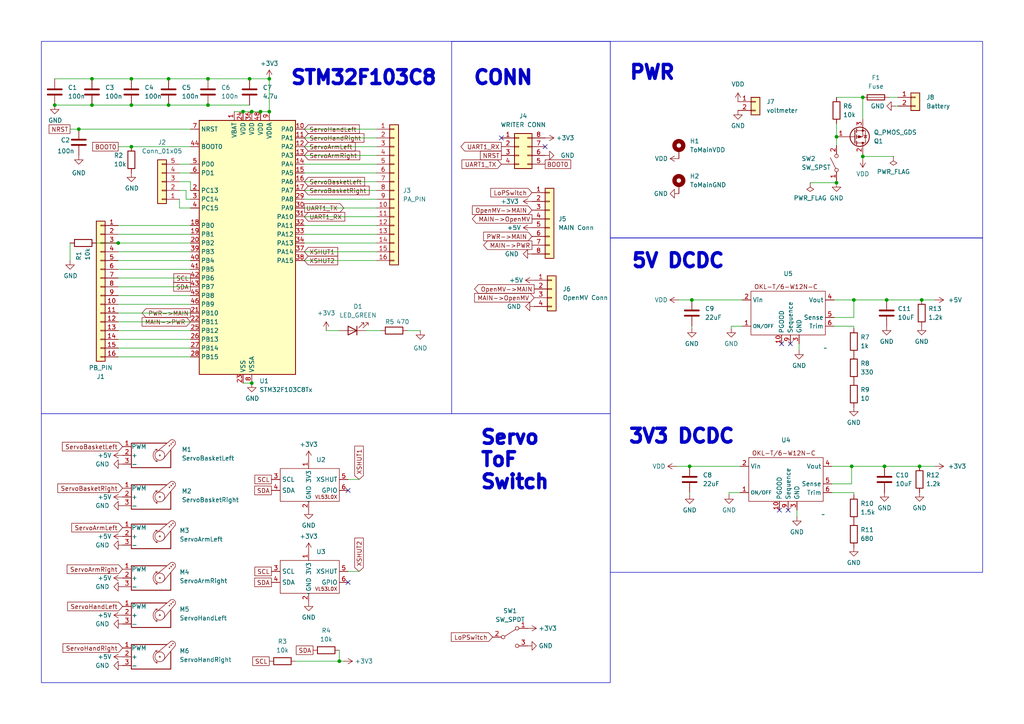
<source format=kicad_sch>
(kicad_sch (version 20230121) (generator eeschema)
  (paper "A4")
  (title_block (title "04-PWR") (date "2024-12-11") (company "Tuton"))
  (lib_symbols
    (symbol "Connector_Generic:Conn_01x02" (pin_names (offset 1.016) hide)
      (property "Reference" "J" (at 0 2.54 0))
      (property "Value" "Conn_01x02" (at 0 -5.08 0))
      (symbol "Conn_01x02_1_1"
        (pin passive line (at -5.08 0 0) (length 3.81) (name "Pin_1") (number "1"))
        (pin passive line (at -5.08 -2.54 0) (length 3.81) (name "Pin_2") (number "2"))
      )
    )
    (symbol "Connector_Generic:Conn_01x04" (pin_names (offset 1.016) hide)
      (property "Reference" "J" (at 0 5.08 0))
      (property "Value" "Conn_01x04" (at 0 -7.62 0))
      (symbol "Conn_01x04_1_1"
        (pin passive line (at -5.08 2.54 0) (length 3.81) (name "Pin_1") (number "1"))
        (pin passive line (at -5.08 0 0) (length 3.81) (name "Pin_2") (number "2"))
        (pin passive line (at -5.08 -2.54 0) (length 3.81) (name "Pin_3") (number "3"))
        (pin passive line (at -5.08 -5.08 0) (length 3.81) (name "Pin_4") (number "4"))
      )
    )
    (symbol "Connector_Generic:Conn_01x05" (pin_names (offset 1.016) hide)
      (property "Reference" "J" (at 0 7.62 0))
      (property "Value" "Conn_01x05" (at 0 -7.62 0))
      (symbol "Conn_01x05_1_1"
        (pin passive line (at -5.08 5.08 0) (length 3.81) (name "Pin_1") (number "1"))
        (pin passive line (at -5.08 2.54 0) (length 3.81) (name "Pin_2") (number "2"))
        (pin passive line (at -5.08 0 0) (length 3.81) (name "Pin_3") (number "3"))
        (pin passive line (at -5.08 -2.54 0) (length 3.81) (name "Pin_4") (number "4"))
        (pin passive line (at -5.08 -5.08 0) (length 3.81) (name "Pin_5") (number "5"))
      )
    )
    (symbol "Connector_Generic:Conn_01x08" (pin_names (offset 1.016) hide)
      (property "Reference" "J" (at 0 10.16 0))
      (property "Value" "Conn_01x08" (at 0 -12.7 0))
      (symbol "Conn_01x08_1_1"
        (pin passive line (at -5.08 7.62 0) (length 3.81) (name "Pin_1") (number "1"))
        (pin passive line (at -5.08 5.08 0) (length 3.81) (name "Pin_2") (number "2"))
        (pin passive line (at -5.08 2.54 0) (length 3.81) (name "Pin_3") (number "3"))
        (pin passive line (at -5.08 0 0) (length 3.81) (name "Pin_4") (number "4"))
        (pin passive line (at -5.08 -2.54 0) (length 3.81) (name "Pin_5") (number "5"))
        (pin passive line (at -5.08 -5.08 0) (length 3.81) (name "Pin_6") (number "6"))
        (pin passive line (at -5.08 -7.62 0) (length 3.81) (name "Pin_7") (number "7"))
        (pin passive line (at -5.08 -10.16 0) (length 3.81) (name "Pin_8") (number "8"))
      )
    )
    (symbol "Connector_Generic:Conn_01x16" (pin_names (offset 1.016) hide)
      (property "Reference" "J" (at 0 20.32 0))
      (property "Value" "Conn_01x16" (at 0 -22.86 0))
      (symbol "Conn_01x16_1_1"
        (pin passive line (at -5.08 17.78 0) (length 3.81) (name "Pin_1") (number "1"))
        (pin passive line (at -5.08 -5.08 0) (length 3.81) (name "Pin_10") (number "10"))
        (pin passive line (at -5.08 -7.62 0) (length 3.81) (name "Pin_11") (number "11"))
        (pin passive line (at -5.08 -10.16 0) (length 3.81) (name "Pin_12") (number "12"))
        (pin passive line (at -5.08 -12.7 0) (length 3.81) (name "Pin_13") (number "13"))
        (pin passive line (at -5.08 -15.24 0) (length 3.81) (name "Pin_14") (number "14"))
        (pin passive line (at -5.08 -17.78 0) (length 3.81) (name "Pin_15") (number "15"))
        (pin passive line (at -5.08 -20.32 0) (length 3.81) (name "Pin_16") (number "16"))
        (pin passive line (at -5.08 15.24 0) (length 3.81) (name "Pin_2") (number "2"))
        (pin passive line (at -5.08 12.7 0) (length 3.81) (name "Pin_3") (number "3"))
        (pin passive line (at -5.08 10.16 0) (length 3.81) (name "Pin_4") (number "4"))
        (pin passive line (at -5.08 7.62 0) (length 3.81) (name "Pin_5") (number "5"))
        (pin passive line (at -5.08 5.08 0) (length 3.81) (name "Pin_6") (number "6"))
        (pin passive line (at -5.08 2.54 0) (length 3.81) (name "Pin_7") (number "7"))
        (pin passive line (at -5.08 0 0) (length 3.81) (name "Pin_8") (number "8"))
        (pin passive line (at -5.08 -2.54 0) (length 3.81) (name "Pin_9") (number "9"))
      )
    )
    (symbol "Connector_Generic:Conn_02x04_Counter_Clockwise" (pin_names (offset 1.016) hide)
      (property "Reference" "J" (at 1.27 5.08 0))
      (property "Value" "Conn_02x04_Counter_Clockwise" (at 1.27 -7.62 0))
      (symbol "Conn_02x04_Counter_Clockwise_1_1"
        (pin passive line (at -5.08 2.54 0) (length 3.81) (name "Pin_1") (number "1"))
        (pin passive line (at -5.08 0 0) (length 3.81) (name "Pin_2") (number "2"))
        (pin passive line (at -5.08 -2.54 0) (length 3.81) (name "Pin_3") (number "3"))
        (pin passive line (at -5.08 -5.08 0) (length 3.81) (name "Pin_4") (number "4"))
        (pin passive line (at 7.62 -5.08 180) (length 3.81) (name "Pin_5") (number "5"))
        (pin passive line (at 7.62 -2.54 180) (length 3.81) (name "Pin_6") (number "6"))
        (pin passive line (at 7.62 0 180) (length 3.81) (name "Pin_7") (number "7"))
        (pin passive line (at 7.62 2.54 180) (length 3.81) (name "Pin_8") (number "8"))
      )
    )
    (symbol "Device:C" (pin_numbers hide) (pin_names (offset 0.254))
      (property "Reference" "C" (at 0.635 2.54 0))
      (property "Value" "C" (at 0.635 -2.54 0))
      (symbol "C_1_1"
        (pin passive line (at 0 3.81 270) (length 2.794) (name "~") (number "1"))
        (pin passive line (at 0 -3.81 90) (length 2.794) (name "~") (number "2"))
      )
    )
    (symbol "Device:Fuse" (pin_numbers hide) (pin_names (offset 0))
      (property "Reference" "F" (at 2.032 0 90))
      (property "Value" "Fuse" (at -1.905 0 90))
      (symbol "Fuse_1_1"
        (pin passive line (at 0 3.81 270) (length 1.27) (name "~") (number "1"))
        (pin passive line (at 0 -3.81 90) (length 1.27) (name "~") (number "2"))
      )
    )
    (symbol "Device:LED" (pin_numbers hide) (pin_names (offset 1.016) hide)
      (property "Reference" "D" (at 0 2.54 0))
      (property "Value" "LED" (at 0 -2.54 0))
      (symbol "LED_1_1"
        (pin passive line (at -3.81 0 0) (length 2.54) (name "K") (number "1"))
        (pin passive line (at 3.81 0 180) (length 2.54) (name "A") (number "2"))
      )
    )
    (symbol "Device:Q_PMOS_GDS" (pin_names (offset 0) hide)
      (property "Reference" "Q" (at 5.08 1.27 0))
      (property "Value" "Q_PMOS_GDS" (at 5.08 -1.27 0))
      (symbol "Q_PMOS_GDS_1_1"
        (pin input line (at -5.08 0 0) (length 2.54) (name "G") (number "1"))
        (pin passive line (at 2.54 5.08 270) (length 2.54) (name "D") (number "2"))
        (pin passive line (at 2.54 -5.08 90) (length 2.54) (name "S") (number "3"))
      )
    )
    (symbol "Device:R" (pin_numbers hide) (pin_names (offset 0))
      (property "Reference" "R" (at 2.032 0 90))
      (property "Value" "R" (at 0 0 90))
      (symbol "R_1_1"
        (pin passive line (at 0 3.81 270) (length 1.27) (name "~") (number "1"))
        (pin passive line (at 0 -3.81 90) (length 1.27) (name "~") (number "2"))
      )
    )
    (symbol "MCU_ST_STM32F1:STM32F103C8Tx"
      (property "Reference" "U" (at -12.7 39.37 0))
      (property "Value" "STM32F103C8Tx" (at 10.16 39.37 0))
      (symbol "STM32F103C8Tx_1_1"
        (pin power_in line (at -2.54 40.64 270) (length 2.54) (name "VBAT") (number "1"))
        (pin bidirectional line (at 17.78 35.56 180) (length 2.54) (name "PA0") (number "10"))
        (pin bidirectional line (at 17.78 33.02 180) (length 2.54) (name "PA1") (number "11"))
        (pin bidirectional line (at 17.78 30.48 180) (length 2.54) (name "PA2") (number "12"))
        (pin bidirectional line (at 17.78 27.94 180) (length 2.54) (name "PA3") (number "13"))
        (pin bidirectional line (at 17.78 25.4 180) (length 2.54) (name "PA4") (number "14"))
        (pin bidirectional line (at 17.78 22.86 180) (length 2.54) (name "PA5") (number "15"))
        (pin bidirectional line (at 17.78 20.32 180) (length 2.54) (name "PA6") (number "16"))
        (pin bidirectional line (at 17.78 17.78 180) (length 2.54) (name "PA7") (number "17"))
        (pin bidirectional line (at -15.24 7.62 0) (length 2.54) (name "PB0") (number "18"))
        (pin bidirectional line (at -15.24 5.08 0) (length 2.54) (name "PB1") (number "19"))
        (pin bidirectional line (at -15.24 17.78 0) (length 2.54) (name "PC13") (number "2"))
        (pin bidirectional line (at -15.24 2.54 0) (length 2.54) (name "PB2") (number "20"))
        (pin bidirectional line (at -15.24 -17.78 0) (length 2.54) (name "PB10") (number "21"))
        (pin bidirectional line (at -15.24 -20.32 0) (length 2.54) (name "PB11") (number "22"))
        (pin power_in line (at 0 -38.1 90) (length 2.54) (name "VSS") (number "23"))
        (pin power_in line (at 0 40.64 270) (length 2.54) (name "VDD") (number "24"))
        (pin bidirectional line (at -15.24 -22.86 0) (length 2.54) (name "PB12") (number "25"))
        (pin bidirectional line (at -15.24 -25.4 0) (length 2.54) (name "PB13") (number "26"))
        (pin bidirectional line (at -15.24 -27.94 0) (length 2.54) (name "PB14") (number "27"))
        (pin bidirectional line (at -15.24 -30.48 0) (length 2.54) (name "PB15") (number "28"))
        (pin bidirectional line (at 17.78 15.24 180) (length 2.54) (name "PA8") (number "29"))
        (pin bidirectional line (at -15.24 15.24 0) (length 2.54) (name "PC14") (number "3"))
        (pin bidirectional line (at 17.78 12.7 180) (length 2.54) (name "PA9") (number "30"))
        (pin bidirectional line (at 17.78 10.16 180) (length 2.54) (name "PA10") (number "31"))
        (pin bidirectional line (at 17.78 7.62 180) (length 2.54) (name "PA11") (number "32"))
        (pin bidirectional line (at 17.78 5.08 180) (length 2.54) (name "PA12") (number "33"))
        (pin bidirectional line (at 17.78 2.54 180) (length 2.54) (name "PA13") (number "34"))
        (pin passive line (at 0 -38.1 90) (length 2.54) hide (name "VSS") (number "35"))
        (pin power_in line (at 2.54 40.64 270) (length 2.54) (name "VDD") (number "36"))
        (pin bidirectional line (at 17.78 0 180) (length 2.54) (name "PA14") (number "37"))
        (pin bidirectional line (at 17.78 -2.54 180) (length 2.54) (name "PA15") (number "38"))
        (pin bidirectional line (at -15.24 0 0) (length 2.54) (name "PB3") (number "39"))
        (pin bidirectional line (at -15.24 12.7 0) (length 2.54) (name "PC15") (number "4"))
        (pin bidirectional line (at -15.24 -2.54 0) (length 2.54) (name "PB4") (number "40"))
        (pin bidirectional line (at -15.24 -5.08 0) (length 2.54) (name "PB5") (number "41"))
        (pin bidirectional line (at -15.24 -7.62 0) (length 2.54) (name "PB6") (number "42"))
        (pin bidirectional line (at -15.24 -10.16 0) (length 2.54) (name "PB7") (number "43"))
        (pin input line (at -15.24 30.48 0) (length 2.54) (name "BOOT0") (number "44"))
        (pin bidirectional line (at -15.24 -12.7 0) (length 2.54) (name "PB8") (number "45"))
        (pin bidirectional line (at -15.24 -15.24 0) (length 2.54) (name "PB9") (number "46"))
        (pin passive line (at 0 -38.1 90) (length 2.54) hide (name "VSS") (number "47"))
        (pin power_in line (at 5.08 40.64 270) (length 2.54) (name "VDD") (number "48"))
        (pin bidirectional line (at -15.24 25.4 0) (length 2.54) (name "PD0") (number "5"))
        (pin bidirectional line (at -15.24 22.86 0) (length 2.54) (name "PD1") (number "6"))
        (pin input line (at -15.24 35.56 0) (length 2.54) (name "NRST") (number "7"))
        (pin power_in line (at 2.54 -38.1 90) (length 2.54) (name "VSSA") (number "8"))
        (pin power_in line (at 7.62 40.64 270) (length 2.54) (name "VDDA") (number "9"))
      )
    )
    (symbol "Mechanical:MountingHole_Pad" (pin_numbers hide) (pin_names (offset 1.016) hide)
      (property "Reference" "H" (at 0 6.35 0))
      (property "Value" "MountingHole_Pad" (at 0 4.445 0))
      (symbol "MountingHole_Pad_1_1"
        (pin input line (at 0 -2.54 90) (length 2.54) (name "1") (number "1"))
      )
    )
    (symbol "Motor:Motor_Servo_Futaba_J" (pin_names (offset 0.0254))
      (property "Reference" "M" (at -5.08 4.445 0))
      (property "Value" "Motor_Servo_Futaba_J" (at -5.08 -4.064 0))
      (symbol "Motor_Servo_Futaba_J_1_1"
        (pin passive line (at -7.62 2.54 0) (length 2.54) (name "PWM") (number "1"))
        (pin passive line (at -7.62 0 0) (length 2.54) (name "+") (number "2"))
        (pin passive line (at -7.62 -2.54 0) (length 2.54) (name "-") (number "3"))
      )
    )
    (symbol "Switch:SW_SPDT" (pin_names (offset 0) hide)
      (property "Reference" "SW" (at 0 4.318 0))
      (property "Value" "SW_SPDT" (at 0 -5.08 0))
      (symbol "SW_SPDT_1_1"
        (pin passive line (at 5.08 2.54 180) (length 2.54) (name "A") (number "1"))
        (pin passive line (at -5.08 0 0) (length 2.54) (name "B") (number "2"))
        (pin passive line (at 5.08 -2.54 180) (length 2.54) (name "C") (number "3"))
      )
    )
    (symbol "Switch:SW_SPST" (pin_names (offset 0) hide)
      (property "Reference" "SW" (at 0 3.175 0))
      (property "Value" "SW_SPST" (at 0 -2.54 0))
      (symbol "SW_SPST_1_1"
        (pin passive line (at -5.08 0 0) (length 2.54) (name "A") (number "1"))
        (pin passive line (at 5.08 0 180) (length 2.54) (name "B") (number "2"))
      )
    )
    (symbol "akiduki:OKL-T/6-W12N-C"
      (property "Reference" "U" (at 10.16 11.43 0))
      (symbol "OKL-T/6-W12N-C_1_1"
        (text "OKL-T/6-W12N-C" (at -1.27 11.43 0) (effects (font (size 1.27 1.27))))
        (pin input line (at -13.97 0 0) (length 2.54) (name "ON/OFF") (number "1"))
        (pin passive line (at -2.54 -5.08 90) (length 2.54) (name "PGOOD") (number "10"))
        (pin no_connect line (at -13.97 2.54 0) (length 2.54) hide (name "N.C.") (number "11"))
        (pin no_connect line (at 12.7 5.08 180) (length 2.54) hide (name "N.C.") (number "12"))
        (pin power_in line (at -13.97 7.62 0) (length 2.54) (name "Vin") (number "2"))
        (pin power_in line (at 2.54 -5.08 90) (length 2.54) (name "GND") (number "3"))
        (pin power_out line (at 12.7 7.62 180) (length 2.54) (name "Vout") (number "4"))
        (pin input line (at 12.7 2.54 180) (length 2.54) (name "Sense") (number "5"))
        (pin input line (at 12.7 0 180) (length 2.54) (name "Trim") (number "6"))
        (pin power_in line (at 2.54 -5.08 90) (length 2.54) hide (name "GND") (number "7"))
        (pin no_connect line (at -13.97 5.08 0) (length 2.54) hide (name "N.C.") (number "8"))
        (pin passive line (at 0 -5.08 90) (length 2.54) (name "Sequence") (number "9"))
      )
    )
    (symbol "power:+3V3" (power) (pin_names (offset 0))
      (property "Value" "+3V3" (at 0 3.556 0))
      (symbol "+3V3_1_1"
        (pin power_in line (at 0 0 90) (length 0) hide (name "+3V3") (number "1"))
      )
    )
    (symbol "power:+5V" (power) (pin_names (offset 0))
      (property "Value" "+5V" (at 0 3.556 0))
      (symbol "+5V_1_1"
        (pin power_in line (at 0 0 90) (length 0) hide (name "+5V") (number "1"))
      )
    )
    (symbol "power:GND" (power) (pin_names (offset 0))
      (property "Value" "GND" (at 0 -3.81 0))
      (symbol "GND_1_1"
        (pin power_in line (at 0 0 270) (length 0) hide (name "GND") (number "1"))
      )
    )
    (symbol "power:PWR_FLAG" (power) (pin_numbers hide) (pin_names (offset 0) hide)
      (property "Value" "PWR_FLAG" (at 0 3.81 0))
      (symbol "PWR_FLAG_0_0"
        (pin power_out line (at 0 0 90) (length 0) (name "pwr") (number "1"))
      )
    )
    (symbol "power:VDD" (power) (pin_names (offset 0))
      (property "Value" "VDD" (at 0 3.81 0))
      (symbol "VDD_1_1"
        (pin power_in line (at 0 0 90) (length 0) hide (name "VDD") (number "1"))
      )
    )
    (symbol "tuton_module:vl53l0x_module"
      (property "Reference" "U" (at 4.445 10.795 0))
      (symbol "vl53l0x_module_1_1"
        (text "VL53L0X" (at 5.08 1.27 0) (effects (font (size 1.016 1.016))))
        (pin power_in line (at 0 12.065 270) (length 2.54) (name "3V3") (number "1"))
        (pin power_in line (at 0 -2.54 90) (length 2.54) (name "GND") (number "2"))
        (pin passive line (at -10.795 6.35 0) (length 2.54) (name "SCL") (number "3"))
        (pin passive line (at -10.795 3.175 0) (length 2.54) (name "SDA") (number "4"))
        (pin passive line (at 11.43 6.35 180) (length 2.54) (name "XSHUT") (number "5"))
        (pin passive line (at 11.43 3.175 180) (length 2.54) (name "GPIO") (number "6"))
      )
    )
  )
  (junction (at 73.025 32.385))
  (junction (at 247.65 86.995))
  (junction (at 98.425 191.77))
  (junction (at 48.895 22.86))
  (junction (at 266.7 135.255))
  (junction (at 78.105 22.86))
  (junction (at 48.895 30.48))
  (junction (at 60.325 22.86))
  (junction (at 247.015 135.255))
  (junction (at 75.565 32.385))
  (junction (at 200.66 86.995))
  (junction (at 257.175 86.995))
  (junction (at 26.67 22.86))
  (junction (at 38.1 30.48))
  (junction (at 15.875 30.48))
  (junction (at 38.1 42.545))
  (junction (at 73.025 111.125))
  (junction (at 250.24 45.38))
  (junction (at 72.39 22.86))
  (junction (at 34.29 70.485))
  (junction (at 242.62 53))
  (junction (at 22.86 37.465))
  (junction (at 78.105 32.385))
  (junction (at 60.325 30.48))
  (junction (at 26.67 30.48))
  (junction (at 250.24 28.235))
  (junction (at 267.335 86.995))
  (junction (at 70.485 32.385))
  (junction (at 242.62 39.665))
  (junction (at 200.025 135.255))
  (junction (at 38.1 22.86))
  (junction (at 256.54 135.255))
  (no_connect (at 226.06 147.955))
  (no_connect (at 100.965 168.91))
  (no_connect (at 229.235 99.695))
  (no_connect (at 158.115 42.545))
  (no_connect (at 226.695 99.695))
  (no_connect (at 145.415 40.005))
  (no_connect (at 228.6 147.955))
  (no_connect (at 100.965 142.24))
  (wire (pts (xy 109.22 65.405) (xy 88.265 65.405)))
  (wire (pts (xy 109.22 70.485) (xy 88.265 70.485)))
  (wire (pts (xy 34.29 95.885) (xy 55.245 95.885)))
  (wire (pts (xy 98.425 95.885) (xy 94.615 95.885)))
  (wire (pts (xy 196.85 86.995) (xy 200.66 86.995)))
  (wire (pts (xy 78.105 22.86) (xy 78.105 32.385)))
  (wire (pts (xy 34.29 67.945) (xy 55.245 67.945)))
  (wire (pts (xy 15.875 30.48) (xy 26.67 30.48)))
  (wire (pts (xy 241.935 86.995) (xy 247.65 86.995)))
  (wire (pts (xy 48.895 30.48) (xy 60.325 30.48)))
  (wire (pts (xy 231.14 149.86) (xy 231.14 147.955)))
  (wire (pts (xy 109.22 42.545) (xy 88.265 42.545)))
  (wire (pts (xy 78.105 32.385) (xy 75.565 32.385)))
  (wire (pts (xy 34.29 103.505) (xy 55.245 103.505)))
  (wire (pts (xy 247.015 135.255) (xy 256.54 135.255)))
  (wire (pts (xy 34.29 85.725) (xy 55.245 85.725)))
  (wire (pts (xy 260.4 28.235) (xy 257.86 28.235)))
  (wire (pts (xy 55.245 55.245) (xy 55.245 52.705)))
  (wire (pts (xy 70.485 111.125) (xy 73.025 111.125)))
  (wire (pts (xy 98.425 191.77) (xy 99.695 191.77)))
  (wire (pts (xy 196.215 135.255) (xy 200.025 135.255)))
  (wire (pts (xy 250.24 45.38) (xy 250.24 46.015)))
  (wire (pts (xy 55.245 60.325) (xy 52.07 60.325)))
  (wire (pts (xy 121.92 95.885) (xy 118.11 95.885)))
  (wire (pts (xy 109.22 75.565) (xy 88.265 75.565)))
  (wire (pts (xy 104.14 139.065) (xy 100.965 139.065)))
  (wire (pts (xy 211.455 142.875) (xy 214.63 142.875)))
  (wire (pts (xy 34.29 90.805) (xy 55.245 90.805)))
  (wire (pts (xy 109.22 57.785) (xy 88.265 57.785)))
  (wire (pts (xy 257.175 86.995) (xy 267.335 86.995)))
  (wire (pts (xy 72.39 22.86) (xy 78.105 22.86)))
  (wire (pts (xy 34.29 65.405) (xy 55.245 65.405)))
  (wire (pts (xy 200.025 143.51) (xy 200.025 142.875)))
  (wire (pts (xy 20.32 75.565) (xy 20.32 70.485)))
  (wire (pts (xy 73.025 32.385) (xy 75.565 32.385)))
  (wire (pts (xy 22.86 37.465) (xy 55.245 37.465)))
  (wire (pts (xy 38.1 42.545) (xy 55.245 42.545)))
  (wire (pts (xy 104.14 165.735) (xy 100.965 165.735)))
  (wire (pts (xy 200.66 86.995) (xy 215.265 86.995)))
  (wire (pts (xy 266.7 135.255) (xy 271.145 135.255)))
  (wire (pts (xy 85.725 191.77) (xy 98.425 191.77)))
  (wire (pts (xy 259.13 45.38) (xy 250.24 45.38)))
  (wire (pts (xy 212.09 95.25) (xy 212.09 94.615)))
  (wire (pts (xy 98.425 188.595) (xy 98.425 191.77)))
  (wire (pts (xy 109.22 50.165) (xy 88.265 50.165)))
  (wire (pts (xy 241.3 135.255) (xy 247.015 135.255)))
  (wire (pts (xy 247.65 92.075) (xy 247.65 86.995)))
  (wire (pts (xy 256.54 135.255) (xy 266.7 135.255)))
  (wire (pts (xy 212.09 94.615) (xy 215.265 94.615)))
  (wire (pts (xy 247.65 143.51) (xy 247.65 142.875)))
  (wire (pts (xy 250.24 28.235) (xy 250.24 34.585)))
  (wire (pts (xy 109.22 40.005) (xy 88.265 40.005)))
  (wire (pts (xy 52.07 60.325) (xy 52.07 57.785)))
  (wire (pts (xy 38.1 22.86) (xy 48.895 22.86)))
  (wire (pts (xy 34.29 75.565) (xy 55.245 75.565)))
  (wire (pts (xy 211.455 143.51) (xy 211.455 142.875)))
  (wire (pts (xy 109.22 45.085) (xy 88.265 45.085)))
  (wire (pts (xy 242.62 53) (xy 242.62 52.365)))
  (wire (pts (xy 53.975 55.245) (xy 52.07 55.245)))
  (wire (pts (xy 55.245 52.705) (xy 52.07 52.705)))
  (wire (pts (xy 60.325 22.86) (xy 72.39 22.86)))
  (wire (pts (xy 109.22 73.025) (xy 88.265 73.025)))
  (wire (pts (xy 109.22 55.245) (xy 88.265 55.245)))
  (wire (pts (xy 109.22 37.465) (xy 88.265 37.465)))
  (wire (pts (xy 231.775 101.6) (xy 231.775 99.695)))
  (wire (pts (xy 247.65 142.875) (xy 241.3 142.875)))
  (wire (pts (xy 20.32 37.465) (xy 22.86 37.465)))
  (wire (pts (xy 247.015 140.335) (xy 247.015 135.255)))
  (wire (pts (xy 34.29 42.545) (xy 38.1 42.545)))
  (wire (pts (xy 15.875 22.86) (xy 26.67 22.86)))
  (wire (pts (xy 110.49 95.885) (xy 106.045 95.885)))
  (wire (pts (xy 242.62 28.235) (xy 250.24 28.235)))
  (wire (pts (xy 34.29 93.345) (xy 55.245 93.345)))
  (wire (pts (xy 55.245 57.785) (xy 53.975 57.785)))
  (wire (pts (xy 247.65 86.995) (xy 257.175 86.995)))
  (wire (pts (xy 242.62 35.855) (xy 242.62 39.665)))
  (wire (pts (xy 60.325 30.48) (xy 72.39 30.48)))
  (wire (pts (xy 109.22 62.865) (xy 88.265 62.865)))
  (wire (pts (xy 260.4 30.775) (xy 259.765 30.775)))
  (wire (pts (xy 34.29 88.265) (xy 55.245 88.265)))
  (wire (pts (xy 27.94 70.485) (xy 34.29 70.485)))
  (wire (pts (xy 200.66 95.25) (xy 200.66 94.615)))
  (wire (pts (xy 48.895 22.86) (xy 60.325 22.86)))
  (wire (pts (xy 235 53) (xy 242.62 53)))
  (wire (pts (xy 34.29 70.485) (xy 55.245 70.485)))
  (wire (pts (xy 34.29 78.105) (xy 55.245 78.105)))
  (wire (pts (xy 109.22 52.705) (xy 88.265 52.705)))
  (wire (pts (xy 247.65 95.25) (xy 247.65 94.615)))
  (wire (pts (xy 34.29 98.425) (xy 55.245 98.425)))
  (wire (pts (xy 241.3 140.335) (xy 247.015 140.335)))
  (wire (pts (xy 200.025 135.255) (xy 214.63 135.255)))
  (wire (pts (xy 53.975 57.785) (xy 53.975 55.245)))
  (wire (pts (xy 250.24 44.745) (xy 250.24 45.38)))
  (wire (pts (xy 267.335 86.995) (xy 271.145 86.995)))
  (wire (pts (xy 109.22 60.325) (xy 88.265 60.325)))
  (wire (pts (xy 109.22 47.625) (xy 88.265 47.625)))
  (wire (pts (xy 241.935 92.075) (xy 247.65 92.075)))
  (wire (pts (xy 34.29 80.645) (xy 55.245 80.645)))
  (wire (pts (xy 34.29 83.185) (xy 55.245 83.185)))
  (wire (pts (xy 26.67 30.48) (xy 38.1 30.48)))
  (wire (pts (xy 34.29 73.025) (xy 55.245 73.025)))
  (wire (pts (xy 52.07 47.625) (xy 55.245 47.625)))
  (wire (pts (xy 38.1 30.48) (xy 48.895 30.48)))
  (wire (pts (xy 109.22 67.945) (xy 88.265 67.945)))
  (wire (pts (xy 52.07 50.165) (xy 55.245 50.165)))
  (wire (pts (xy 247.65 94.615) (xy 241.935 94.615)))
  (wire (pts (xy 26.67 22.86) (xy 38.1 22.86)))
  (wire (pts (xy 242.62 42.205) (xy 242.62 39.665)))
  (wire (pts (xy 67.945 32.385) (xy 70.485 32.385)))
  (wire (pts (xy 70.485 32.385) (xy 73.025 32.385)))
  (wire (pts (xy 34.29 100.965) (xy 55.245 100.965)))
  (rectangle (start 177 69) (end 285 166))
  (rectangle (start 177 12) (end 285 69))
  (rectangle (start 131 12) (end 177 120))
  (rectangle (start 12 120) (end 177 198))
  (rectangle (start 12 12) (end 177 120))
  (text "Servo\nToF\nSwitch" (at 139.065 142.24 0) (effects (font (size 4 4) (thickness 2) bold) (justify left bottom)))
  (text "PWR" (at 182.245 23.495 0) (effects (font (size 4 4) (thickness 2) bold) (justify left bottom)))
  (text "CONN\n" (at 137 25 0) (effects (font (size 4 4) (thickness 2) bold) (justify left bottom)))
  (text "5V DCDC\n" (at 182.88 78.105 0) (effects (font (size 4 4) (thickness 2) bold) (justify left bottom)))
  (text "3V3 DCDC" (at 182 129 0) (effects (font (size 4 4) (thickness 2) bold) (justify left bottom)))
  (text "STM32F103C8\n" (at 84 25 0) (effects (font (size 4 4) (thickness 2) bold) (justify left bottom)))
  (global_label "ServoBasketLeft" (shape input) (at 35.56 129.54 180) (property "Intersheetrefs" "${INTERSHEET_REFS}" (effects hide)))
  (global_label "SCL" (shape passive) (at 78.105 191.77 180) (property "Intersheetrefs" "${INTERSHEET_REFS}" (effects hide)))
  (global_label "MAIN->OpenMV" (shape output) (at 154.305 63.5 180) (property "Intersheetrefs" "${INTERSHEET_REFS}" (effects hide)))
  (global_label "BOOT0" (shape passive) (at 34.29 42.545 180) (property "Intersheetrefs" "${INTERSHEET_REFS}" (effects hide)))
  (global_label "OpenMV->MAIN" (shape output) (at 154.94 83.82 180) (property "Intersheetrefs" "${INTERSHEET_REFS}" (effects hide)))
  (global_label "ServoBasketLeft" (shape input) (at 88.265 52.705 0) (property "Intersheetrefs" "${INTERSHEET_REFS}" (effects hide)))
  (global_label "ServoArmLeft" (shape input) (at 88.265 42.545 0) (property "Intersheetrefs" "${INTERSHEET_REFS}" (effects hide)))
  (global_label "OpenMV->MAIN" (shape input) (at 154.305 60.96 180) (property "Intersheetrefs" "${INTERSHEET_REFS}" (effects hide)))
  (global_label "NRST" (shape passive) (at 20.32 37.465 180) (property "Intersheetrefs" "${INTERSHEET_REFS}" (effects hide)))
  (global_label "ServoHandRight" (shape input) (at 88.265 40.005 0) (property "Intersheetrefs" "${INTERSHEET_REFS}" (effects hide)))
  (global_label "SDA" (shape passive) (at 55.245 83.185 180) (property "Intersheetrefs" "${INTERSHEET_REFS}" (effects hide)))
  (global_label "MAIN->PWR" (shape input) (at 55.245 93.345 180) (property "Intersheetrefs" "${INTERSHEET_REFS}" (effects hide)))
  (global_label "XSHUT2" (shape input) (at 88.265 75.565 0) (property "Intersheetrefs" "${INTERSHEET_REFS}" (effects hide)))
  (global_label "SCL" (shape passive) (at 78.74 139.065 180) (property "Intersheetrefs" "${INTERSHEET_REFS}" (effects hide)))
  (global_label "UART1_TX" (shape output) (at 88.265 60.325 0) (property "Intersheetrefs" "${INTERSHEET_REFS}" (effects hide)))
  (global_label "XSHUT2" (shape input) (at 104.14 165.735 90) (property "Intersheetrefs" "${INTERSHEET_REFS}" (effects hide)))
  (global_label "ServoBasketRight" (shape input) (at 88.265 55.245 0) (property "Intersheetrefs" "${INTERSHEET_REFS}" (effects hide)))
  (global_label "ServoArmRight" (shape input) (at 88.265 45.085 0) (property "Intersheetrefs" "${INTERSHEET_REFS}" (effects hide)))
  (global_label "SDA" (shape passive) (at 78.74 168.91 180) (property "Intersheetrefs" "${INTERSHEET_REFS}" (effects hide)))
  (global_label "ServoBasketRight" (shape input) (at 35.56 141.605 180) (property "Intersheetrefs" "${INTERSHEET_REFS}" (effects hide)))
  (global_label "ServoArmLeft" (shape input) (at 35.56 153.035 180) (property "Intersheetrefs" "${INTERSHEET_REFS}" (effects hide)))
  (global_label "UART1_RX" (shape input) (at 88.265 62.865 0) (property "Intersheetrefs" "${INTERSHEET_REFS}" (effects hide)))
  (global_label "SCL" (shape passive) (at 55.245 80.645 180) (property "Intersheetrefs" "${INTERSHEET_REFS}" (effects hide)))
  (global_label "ServoHandLeft" (shape input) (at 35.56 175.895 180) (property "Intersheetrefs" "${INTERSHEET_REFS}" (effects hide)))
  (global_label "PWR->MAIN" (shape output) (at 55.245 90.805 180) (property "Intersheetrefs" "${INTERSHEET_REFS}" (effects hide)))
  (global_label "UART1_TX" (shape input) (at 145.415 47.625 180) (property "Intersheetrefs" "${INTERSHEET_REFS}" (effects hide)))
  (global_label "ServoHandLeft" (shape input) (at 88.265 37.465 0) (property "Intersheetrefs" "${INTERSHEET_REFS}" (effects hide)))
  (global_label "PWR->MAIN" (shape input) (at 154.305 68.58 180) (property "Intersheetrefs" "${INTERSHEET_REFS}" (effects hide)))
  (global_label "SDA" (shape passive) (at 90.805 188.595 180) (property "Intersheetrefs" "${INTERSHEET_REFS}" (effects hide)))
  (global_label "SDA" (shape passive) (at 78.74 142.24 180) (property "Intersheetrefs" "${INTERSHEET_REFS}" (effects hide)))
  (global_label "MAIN->PWR" (shape output) (at 154.305 71.12 180) (property "Intersheetrefs" "${INTERSHEET_REFS}" (effects hide)))
  (global_label "ServoArmRight" (shape input) (at 35.56 165.1 180) (property "Intersheetrefs" "${INTERSHEET_REFS}" (effects hide)))
  (global_label "BOOT0" (shape passive) (at 158.115 47.625 0) (property "Intersheetrefs" "${INTERSHEET_REFS}" (effects hide)))
  (global_label "LoPSwitch" (shape input) (at 154.305 55.88 180) (property "Intersheetrefs" "${INTERSHEET_REFS}" (effects hide)))
  (global_label "XSHUT1" (shape input) (at 104.14 139.065 90) (property "Intersheetrefs" "${INTERSHEET_REFS}" (effects hide)))
  (global_label "XSHUT1" (shape input) (at 88.265 73.025 0) (property "Intersheetrefs" "${INTERSHEET_REFS}" (effects hide)))
  (global_label "LoPSwitch" (shape input) (at 142.875 184.785 180) (property "Intersheetrefs" "${INTERSHEET_REFS}" (effects hide)))
  (global_label "UART1_RX" (shape output) (at 145.415 42.545 180) (property "Intersheetrefs" "${INTERSHEET_REFS}" (effects hide)))
  (global_label "NRST" (shape passive) (at 145.415 45.085 180) (property "Intersheetrefs" "${INTERSHEET_REFS}" (effects hide)))
  (global_label "ServoHandRight" (shape input) (at 35.56 187.96 180) (property "Intersheetrefs" "${INTERSHEET_REFS}" (effects hide)))
  (global_label "SCL" (shape passive) (at 78.74 165.735 180) (property "Intersheetrefs" "${INTERSHEET_REFS}" (effects hide)))
  (global_label "MAIN->OpenMV" (shape input) (at 154.94 86.36 180) (property "Intersheetrefs" "${INTERSHEET_REFS}" (effects hide)))
  (symbol (lib_id "Switch:SW_SPST") (at 242.62 47.285 90) (unit 1)
    (property "Reference" "SW2" (at 232.46 46.015 90) (effects (justify right)))
    (property "Value" "SW_SPST" (at 232.46 48.555 90) (effects (justify right)))
    (property "Footprint" "Akiduki:AkizukiSmallRockerSwitchHorizontal" (effects hide))
  )
  (symbol (lib_id "power:+3V3") (at 154.305 58.42 90) (unit 1)
    (property "Reference" "#PWR030" (effects hide))
    (property "Value" "+3V3" (at 150.495 58.42 90) (effects (justify left)))
  )
  (symbol (lib_id "Connector_Generic:Conn_01x02") (at 219.125 29.505 0) (unit 1)
    (property "Reference" "J7" (at 222.3 29.505 0) (effects (justify left)))
    (property "Value" "voltmeter" (at 222.3 32.045 0) (effects (justify left)))
    (property "Footprint" "Connector_JST:JST_XH_S2B-XH-A_1x02_P2.50mm_Horizontal" (effects hide))
  )
  (symbol (lib_id "power:VDD") (at 214.045 29.505 0) (unit 1)
    (property "Reference" "#PWR043" (effects hide))
    (property "Value" "VDD" (at 214.045 24.425 0))
  )
  (symbol (lib_id "Device:R") (at 81.915 191.77 90) (unit 1)
    (property "Reference" "R3" (at 81.915 186.055 90))
    (property "Value" "10k" (at 81.915 188.595 90))
    (property "Footprint" "Resistor_SMD:R_0603_1608Metric" (effects hide))
    (property "LCSC" "C25804" (effects hide))
  )
  (symbol (lib_id "power:GND") (at 38.1 50.165 0) (unit 1)
    (property "Reference" "#PWR016" (effects hide))
    (property "Value" "GND" (at 36.195 54.61 0) (effects (justify left)))
  )
  (symbol (lib_id "power:VDD") (at 196.85 86.995 90) (unit 1)
    (property "Reference" "#PWR036" (effects hide))
    (property "Value" "VDD" (at 193.675 86.995 90) (effects (justify left)))
  )
  (symbol (lib_id "Device:C") (at 257.175 90.805 0) (unit 1)
    (property "Reference" "C11" (at 260.35 89.535 0) (effects (justify left)))
    (property "Value" "10uF" (at 260.35 92.075 0) (effects (justify left)))
    (property "Footprint" "Capacitor_SMD:C_0805_2012Metric" (effects hide))
    (property "LCSC" "C15850" (effects hide))
  )
  (symbol (lib_id "Connector_Generic:Conn_01x16") (at 114.3 55.245 0) (unit 1)
    (property "Reference" "J3" (at 116.84 55.245 0) (effects (justify left)))
    (property "Value" "PA_PIN" (at 116.84 57.785 0) (effects (justify left)))
    (property "Footprint" "Connector_PinHeader_2.54mm:PinHeader_1x16_P2.54mm_Vertical" (effects hide))
  )
  (symbol (lib_id "Device:C") (at 256.54 139.065 0) (unit 1)
    (property "Reference" "C10" (at 259.715 137.795 0) (effects (justify left)))
    (property "Value" "10uF" (at 259.715 140.335 0) (effects (justify left)))
    (property "Footprint" "Capacitor_SMD:C_0805_2012Metric" (effects hide))
    (property "LCSC" "C15850" (effects hide))
  )
  (symbol (lib_id "power:GND") (at 267.335 94.615 0) (unit 1)
    (property "Reference" "#PWR055" (effects hide))
    (property "Value" "GND" (at 267.335 99.06 0))
  )
  (symbol (lib_id "Device:R") (at 266.7 139.065 0) (unit 1)
    (property "Reference" "R12" (at 268.605 137.795 0) (effects (justify left)))
    (property "Value" "1.2k" (at 268.605 140.335 0) (effects (justify left)))
    (property "Footprint" "Resistor_SMD:R_0603_1608Metric" (effects hide))
    (property "LCSC" "C22765" (effects hide))
  )
  (symbol (lib_id "power:+5V") (at 35.56 144.145 90) (unit 1)
    (property "Reference" "#PWR06" (effects hide))
    (property "Value" "+5V" (at 32.385 144.145 90) (effects (justify left)))
  )
  (symbol (lib_id "power:GND") (at 35.56 146.685 270) (unit 1)
    (property "Reference" "#PWR07" (effects hide))
    (property "Value" "GND" (at 31.75 146.685 90) (effects (justify right)))
  )
  (symbol (lib_id "power:GND") (at 231.14 149.86 0) (unit 1)
    (property "Reference" "#PWR045" (effects hide))
    (property "Value" "GND" (at 231.14 154.305 0))
  )
  (symbol (lib_id "power:GND") (at 158.115 45.085 90) (unit 1)
    (property "Reference" "#PWR027" (effects hide))
    (property "Value" "GND" (at 162.5584 45.085 90) (effects (justify right)))
  )
  (symbol (lib_id "Device:C") (at 15.875 26.67 0) (unit 1)
    (property "Reference" "C1" (at 19.685 25.4 0) (effects (justify left)))
    (property "Value" "100n" (at 19.685 27.94 0) (effects (justify left)))
    (property "Footprint" "Capacitor_SMD:C_0402_1005Metric" (effects hide))
    (property "LCSC" "C1525" (effects hide))
  )
  (symbol (lib_id "Motor:Motor_Servo_Futaba_J") (at 43.18 178.435 0) (unit 1)
    (property "Reference" "M5" (at 52.07 176.7316 0) (effects (justify left)))
    (property "Value" "ServoHandLeft" (at 52.07 179.2716 0) (effects (justify left)))
    (property "Footprint" "Connector_PinHeader_2.54mm:PinHeader_1x03_P2.54mm_Horizontal" (effects hide))
    (property "Datasheet" "http://forums.parallax.com/uploads/attachments/46831/74481.png" (effects hide))
  )
  (symbol (lib_id "power:+5V") (at 154.305 66.04 90) (unit 1)
    (property "Reference" "#PWR031" (effects hide))
    (property "Value" "+5V" (at 151.13 66.04 90) (effects (justify left)))
  )
  (symbol (lib_id "Device:Q_PMOS_GDS") (at 247.7 39.665 0) (mirror x) (unit 1)
    (property "Reference" "Q1" (at 253.415 40.935 0) (effects (justify left)))
    (property "Value" "Q_PMOS_GDS" (at 253.415 38.395 0) (effects (justify left)))
    (property "Footprint" "Package_TO_SOT_THT:TO-251-3_Vertical" (effects hide))
  )
  (symbol (lib_id "power:GND") (at 214.045 32.045 0) (unit 1)
    (property "Reference" "#PWR044" (effects hide))
    (property "Value" "GND" (at 214.045 36.49 0))
  )
  (symbol (lib_id "Connector_Generic:Conn_01x16") (at 29.21 83.185 0) (mirror y) (unit 1)
    (property "Reference" "J1" (at 29.21 109.22 0))
    (property "Value" "PB_PIN" (at 29.21 106.68 0))
    (property "Footprint" "Connector_PinHeader_2.54mm:PinHeader_1x16_P2.54mm_Vertical" (effects hide))
  )
  (symbol (lib_id "power:GND") (at 242.62 53 0) (unit 1)
    (property "Reference" "#PWR047" (effects hide))
    (property "Value" "GND" (at 242.62 57.445 0))
  )
  (symbol (lib_id "Motor:Motor_Servo_Futaba_J") (at 43.18 132.08 0) (unit 1)
    (property "Reference" "M1" (at 52.705 130.3766 0) (effects (justify left)))
    (property "Value" "ServoBasketLeft" (at 52.705 132.9166 0) (effects (justify left)))
    (property "Footprint" "Connector_PinHeader_2.54mm:PinHeader_1x03_P2.54mm_Vertical" (effects hide))
    (property "Datasheet" "http://forums.parallax.com/uploads/attachments/46831/74481.png" (effects hide))
  )
  (symbol (lib_id "Device:C") (at 26.67 26.67 0) (unit 1)
    (property "Reference" "C3" (at 30.48 25.4 0) (effects (justify left)))
    (property "Value" "100n" (at 30.48 27.94 0) (effects (justify left)))
    (property "Footprint" "Capacitor_SMD:C_0402_1005Metric" (effects hide))
    (property "LCSC" "C1525" (effects hide))
  )
  (symbol (lib_id "Device:C") (at 72.39 26.67 0) (unit 1)
    (property "Reference" "C7" (at 76.2 25.4 0) (effects (justify left)))
    (property "Value" "4.7u" (at 76.2 27.94 0) (effects (justify left)))
    (property "Footprint" "Resistor_SMD:R_0402_1005Metric" (effects hide))
    (property "LCSC" "C23733" (effects hide))
  )
  (symbol (lib_id "Connector_Generic:Conn_01x05") (at 46.99 52.705 180) (unit 1)
    (property "Reference" "J2" (at 46.99 41.275 0))
    (property "Value" "Conn_01x05" (at 46.99 43.815 0))
    (property "Footprint" "Connector_PinHeader_2.54mm:PinHeader_1x05_P2.54mm_Vertical" (effects hide))
  )
  (symbol (lib_id "power:+3V3") (at 271.145 135.255 270) (unit 1)
    (property "Reference" "#PWR057" (effects hide))
    (property "Value" "+3V3" (at 274.955 135.255 90) (effects (justify left)))
  )
  (symbol (lib_id "Device:Fuse") (at 254.05 28.235 90) (unit 1)
    (property "Reference" "F1" (at 254.05 22.52 90))
    (property "Value" "Fuse" (at 254.05 25.06 90))
    (property "Footprint" "Akiduki:FUSE_3557-15" (effects hide))
  )
  (symbol (lib_id "Device:R") (at 247.65 99.06 0) (unit 1)
    (property "Reference" "R7" (at 249.555 97.79 0) (effects (justify left)))
    (property "Value" "1k" (at 249.555 100.33 0) (effects (justify left)))
    (property "Footprint" "Resistor_SMD:R_0603_1608Metric" (effects hide))
    (property "LCSC" "C21190" (effects hide))
  )
  (symbol (lib_id "power:GND") (at 247.65 118.11 0) (unit 1)
    (property "Reference" "#PWR048" (effects hide))
    (property "Value" "GND" (at 247.65 122.555 0))
  )
  (symbol (lib_id "power:+3V3") (at 99.695 191.77 270) (unit 1)
    (property "Reference" "#PWR024" (effects hide))
    (property "Value" "+3V3" (at 102.87 191.77 90) (effects (justify left)))
  )
  (symbol (lib_id "power:GND") (at 154.94 88.9 270) (unit 1)
    (property "Reference" "#PWR034" (effects hide))
    (property "Value" "GND" (at 151.13 88.9 90) (effects (justify right)))
  )
  (symbol (lib_id "Device:R") (at 24.13 70.485 90) (unit 1)
    (property "Reference" "R1" (at 22.86 75.565 0) (effects (justify left)))
    (property "Value" "10k" (at 25.4 75.565 0) (effects (justify left)))
    (property "Footprint" "Resistor_SMD:R_0603_1608Metric" (effects hide))
    (property "LCSC" "C25804" (effects hide))
  )
  (symbol (lib_id "power:+5V") (at 35.56 178.435 90) (unit 1)
    (property "Reference" "#PWR012" (effects hide))
    (property "Value" "+5V" (at 32.385 178.435 90) (effects (justify left)))
  )
  (symbol (lib_id "power:+5V") (at 271.145 86.995 270) (unit 1)
    (property "Reference" "#PWR056" (effects hide))
    (property "Value" "+5V" (at 274.955 86.995 90) (effects (justify left)))
  )
  (symbol (lib_id "Device:R") (at 247.65 106.68 0) (unit 1)
    (property "Reference" "R8" (at 249.555 105.41 0) (effects (justify left)))
    (property "Value" "330" (at 249.555 107.95 0) (effects (justify left)))
    (property "Footprint" "Resistor_SMD:R_0603_1608Metric" (effects hide))
    (property "LCSC" "C23138" (effects hide))
  )
  (symbol (lib_id "power:VDD") (at 250.24 46.015 180) (unit 1)
    (property "Reference" "#PWR050" (effects hide))
    (property "Value" "VDD" (at 250.24 50.46 0))
  )
  (symbol (lib_id "power:GND") (at 35.56 158.115 270) (unit 1)
    (property "Reference" "#PWR09" (effects hide))
    (property "Value" "GND" (at 31.75 158.115 90) (effects (justify right)))
  )
  (symbol (lib_id "power:GND") (at 73.025 111.125 0) (unit 1)
    (property "Reference" "#PWR017" (effects hide))
    (property "Value" "GND" (at 71.12 115.57 0) (effects (justify left)))
  )
  (symbol (lib_id "power:GND") (at 154.305 73.66 270) (unit 1)
    (property "Reference" "#PWR032" (effects hide))
    (property "Value" "GND" (at 150.495 73.66 90) (effects (justify right)))
  )
  (symbol (lib_id "power:GND") (at 22.86 45.085 0) (unit 1)
    (property "Reference" "#PWR03" (effects hide))
    (property "Value" "GND" (at 22.86 50.165 0))
  )
  (symbol (lib_id "Device:R") (at 267.335 90.805 0) (unit 1)
    (property "Reference" "R13" (at 269.24 89.535 0) (effects (justify left)))
    (property "Value" "1.2k" (at 269.24 92.075 0) (effects (justify left)))
    (property "Footprint" "Resistor_SMD:R_0603_1608Metric" (effects hide))
    (property "LCSC" "C22765" (effects hide))
  )
  (symbol (lib_id "Device:R") (at 114.3 95.885 270) (unit 1)
    (property "Reference" "R5" (at 113.03 93.345 90))
    (property "Value" "470" (at 116.84 93.345 90))
    (property "Footprint" "Resistor_SMD:R_0603_1608Metric" (effects hide))
    (property "LCSC" "C23179" (effects hide))
  )
  (symbol (lib_id "Device:LED") (at 102.235 95.885 180) (unit 1)
    (property "Reference" "D1" (at 103.8225 88.9 0))
    (property "Value" "LED_GREEN" (at 103.8225 91.44 0))
    (property "Footprint" "LED_SMD:LED_0805_2012Metric" (effects hide))
    (property "LCSC" "C2297" (effects hide))
  )
  (symbol (lib_id "power:+3V3") (at 153.035 182.245 270) (unit 1)
    (property "Reference" "#PWR028" (effects hide))
    (property "Value" "+3V3" (at 156.21 182.245 90) (effects (justify left)))
  )
  (symbol (lib_id "power:GND") (at 35.56 134.62 270) (unit 1)
    (property "Reference" "#PWR05" (effects hide))
    (property "Value" "GND" (at 31.75 134.62 90) (effects (justify right)))
  )
  (symbol (lib_id "Motor:Motor_Servo_Futaba_J") (at 43.18 190.5 0) (unit 1)
    (property "Reference" "M6" (at 52.07 188.7966 0) (effects (justify left)))
    (property "Value" "ServoHandRight" (at 52.07 191.3366 0) (effects (justify left)))
    (property "Footprint" "Connector_PinHeader_2.54mm:PinHeader_1x03_P2.54mm_Horizontal" (effects hide))
    (property "Datasheet" "http://forums.parallax.com/uploads/attachments/46831/74481.png" (effects hide))
  )
  (symbol (lib_id "power:GND") (at 89.535 174.625 0) (unit 1)
    (property "Reference" "#PWR022" (effects hide))
    (property "Value" "GND" (at 89.535 179.07 0))
  )
  (symbol (lib_id "Mechanical:MountingHole_Pad") (at 196.9 53.635 0) (unit 1)
    (property "Reference" "H2" (at 200.075 51.095 0) (effects (justify left)))
    (property "Value" "ToMainGND" (at 200.075 53.635 0) (effects (justify left)))
    (property "Footprint" "MountingHole:MountingHole_3.2mm_M3_Pad_Via" (effects hide))
  )
  (symbol (lib_id "power:GND") (at 256.54 142.875 0) (unit 1)
    (property "Reference" "#PWR051" (effects hide))
    (property "Value" "GND" (at 256.54 147.32 0))
  )
  (symbol (lib_id "power:GND") (at 200.66 95.25 0) (unit 1)
    (property "Reference" "#PWR040" (effects hide))
    (property "Value" "GND" (at 200.66 99.695 0))
  )
  (symbol (lib_id "power:GND") (at 211.455 143.51 0) (unit 1)
    (property "Reference" "#PWR041" (effects hide))
    (property "Value" "GND" (at 211.455 147.955 0))
  )
  (symbol (lib_id "power:GND") (at 247.65 158.75 0) (unit 1)
    (property "Reference" "#PWR049" (effects hide))
    (property "Value" "GND" (at 247.65 163.195 0))
  )
  (symbol (lib_id "power:GND") (at 231.775 101.6 0) (unit 1)
    (property "Reference" "#PWR046" (effects hide))
    (property "Value" "GND" (at 231.775 106.045 0))
  )
  (symbol (lib_id "Device:C") (at 22.86 41.275 180) (unit 1)
    (property "Reference" "C2" (at 20.32 40.64 0) (effects (justify left)))
    (property "Value" "100n" (at 21.59 43.815 0) (effects (justify left)))
    (property "Footprint" "Capacitor_SMD:C_0402_1005Metric" (effects hide))
    (property "LCSC" "C1525" (effects hide))
  )
  (symbol (lib_id "power:VDD") (at 196.9 46.015 90) (unit 1)
    (property "Reference" "#PWR037" (effects hide))
    (property "Value" "VDD" (at 193.725 46.015 90) (effects (justify left)))
  )
  (symbol (lib_id "power:VDD") (at 196.215 135.255 90) (unit 1)
    (property "Reference" "#PWR035" (effects hide))
    (property "Value" "VDD" (at 193.04 135.255 90) (effects (justify left)))
  )
  (symbol (lib_id "power:GND") (at 257.175 94.615 0) (unit 1)
    (property "Reference" "#PWR052" (effects hide))
    (property "Value" "GND" (at 257.175 99.06 0))
  )
  (symbol (lib_id "power:+3V3") (at 158.115 40.005 270) (unit 1)
    (property "Reference" "#PWR026" (effects hide))
    (property "Value" "+3V3" (at 161.29 40.005 90) (effects (justify left)))
  )
  (symbol (lib_id "Motor:Motor_Servo_Futaba_J") (at 43.18 167.64 0) (unit 1)
    (property "Reference" "M4" (at 52.07 165.9366 0) (effects (justify left)))
    (property "Value" "ServoArmRight" (at 52.07 168.4766 0) (effects (justify left)))
    (property "Footprint" "Connector_PinHeader_2.54mm:PinHeader_1x03_P2.54mm_Horizontal" (effects hide))
    (property "Datasheet" "http://forums.parallax.com/uploads/attachments/46831/74481.png" (effects hide))
  )
  (symbol (lib_id "Device:C") (at 200.66 90.805 0) (unit 1)
    (property "Reference" "C9" (at 204.47 89.535 0) (effects (justify left)))
    (property "Value" "22uF" (at 204.47 92.075 0) (effects (justify left)))
    (property "Footprint" "Capacitor_SMD:C_0805_2012Metric" (effects hide))
    (property "LCSC" "C45783" (effects hide))
  )
  (symbol (lib_id "Device:R") (at 242.62 32.045 0) (unit 1)
    (property "Reference" "R6" (at 244.525 30.775 0) (effects (justify left)))
    (property "Value" "10k" (at 244.525 33.315 0) (effects (justify left)))
    (property "Footprint" "Resistor_SMD:R_0603_1608Metric" (effects hide))
    (property "LCSC" "C25804" (effects hide))
  )
  (symbol (lib_id "Device:C") (at 200.025 139.065 0) (unit 1)
    (property "Reference" "C8" (at 203.835 137.795 0) (effects (justify left)))
    (property "Value" "22uF" (at 203.835 140.335 0) (effects (justify left)))
    (property "Footprint" "Capacitor_SMD:C_0805_2012Metric" (effects hide))
    (property "LCSC" "C45783" (effects hide))
  )
  (symbol (lib_id "power:+5V") (at 35.56 132.08 90) (unit 1)
    (property "Reference" "#PWR04" (effects hide))
    (property "Value" "+5V" (at 32.385 132.08 90) (effects (justify left)))
  )
  (symbol (lib_id "akiduki:OKL-T/6-W12N-C") (at 229.235 94.615 0) (unit 1)
    (property "Reference" "U5" (at 228.6 79.375 0))
    (property "Value" "~" (at 239.395 100.965 0))
    (property "Footprint" "Akiduki:OKL-T6-W12N-C-SMD" (effects hide))
  )
  (symbol (lib_id "Connector_Generic:Conn_01x08") (at 159.385 63.5 0) (unit 1)
    (property "Reference" "J5" (at 161.925 63.5 0) (effects (justify left)))
    (property "Value" "MAIN Conn" (at 161.925 66.04 0) (effects (justify left)))
    (property "Footprint" "Connector_JST:JST_XH_S8B-XH-A_1x08_P2.50mm_Horizontal" (effects hide))
  )
  (symbol (lib_id "Device:C") (at 60.325 26.67 0) (unit 1)
    (property "Reference" "C6" (at 64.135 25.4 0) (effects (justify left)))
    (property "Value" "100n" (at 64.135 27.94 0) (effects (justify left)))
    (property "Footprint" "Capacitor_SMD:C_0402_1005Metric" (effects hide))
    (property "LCSC" "C1525" (effects hide))
  )
  (symbol (lib_id "power:+3V3") (at 89.535 160.02 0) (unit 1)
    (property "Reference" "#PWR021" (effects hide))
    (property "Value" "+3V3" (at 89.535 155.575 0))
  )
  (symbol (lib_id "power:GND") (at 35.56 193.04 270) (unit 1)
    (property "Reference" "#PWR015" (effects hide))
    (property "Value" "GND" (at 31.75 193.04 90) (effects (justify right)))
  )
  (symbol (lib_id "Motor:Motor_Servo_Futaba_J") (at 43.18 155.575 0) (unit 1)
    (property "Reference" "M3" (at 52.07 153.8716 0) (effects (justify left)))
    (property "Value" "ServoArmLeft" (at 52.07 156.4116 0) (effects (justify left)))
    (property "Footprint" "Connector_PinHeader_2.54mm:PinHeader_1x03_P2.54mm_Horizontal" (effects hide))
    (property "Datasheet" "http://forums.parallax.com/uploads/attachments/46831/74481.png" (effects hide))
  )
  (symbol (lib_id "Device:R") (at 38.1 46.355 0) (unit 1)
    (property "Reference" "R2" (at 33.02 45.085 0) (effects (justify left)))
    (property "Value" "10k" (at 33.02 47.625 0) (effects (justify left)))
    (property "Footprint" "Resistor_SMD:R_0603_1608Metric" (effects hide))
    (property "LCSC" "C25804" (effects hide))
  )
  (symbol (lib_id "Connector_Generic:Conn_01x04") (at 160.02 83.82 0) (unit 1)
    (property "Reference" "J6" (at 163.195 83.82 0) (effects (justify left)))
    (property "Value" "OpenMV Conn" (at 163.195 86.36 0) (effects (justify left)))
    (property "Footprint" "Connector_JST:JST_XH_S4B-XH-A_1x04_P2.50mm_Horizontal" (effects hide))
  )
  (symbol (lib_id "power:+5V") (at 35.56 155.575 90) (unit 1)
    (property "Reference" "#PWR08" (effects hide))
    (property "Value" "+5V" (at 32.385 155.575 90) (effects (justify left)))
  )
  (symbol (lib_id "Device:C") (at 38.1 26.67 0) (unit 1)
    (property "Reference" "C4" (at 41.91 25.4 0) (effects (justify left)))
    (property "Value" "100n" (at 41.91 27.94 0) (effects (justify left)))
    (property "Footprint" "Capacitor_SMD:C_0402_1005Metric" (effects hide))
    (property "LCSC" "C1525" (effects hide))
  )
  (symbol (lib_id "Mechanical:MountingHole_Pad") (at 196.9 43.475 0) (unit 1)
    (property "Reference" "H1" (at 200.075 40.935 0) (effects (justify left)))
    (property "Value" "ToMainVDD" (at 200.075 43.475 0) (effects (justify left)))
    (property "Footprint" "MountingHole:MountingHole_3.2mm_M3_Pad_Via" (effects hide))
  )
  (symbol (lib_id "power:GND") (at 212.09 95.25 0) (unit 1)
    (property "Reference" "#PWR042" (effects hide))
    (property "Value" "GND" (at 212.09 99.695 0))
  )
  (symbol (lib_id "power:PWR_FLAG") (at 259.13 45.38 180) (unit 1)
    (property "Reference" "#FLG02" (effects hide))
    (property "Value" "PWR_FLAG" (at 259.13 49.825 0))
  )
  (symbol (lib_id "power:+5V") (at 154.94 81.28 90) (unit 1)
    (property "Reference" "#PWR033" (effects hide))
    (property "Value" "+5V" (at 151.765 81.28 90) (effects (justify left)))
  )
  (symbol (lib_id "power:GND") (at 35.56 180.975 270) (unit 1)
    (property "Reference" "#PWR013" (effects hide))
    (property "Value" "GND" (at 31.75 180.975 90) (effects (justify right)))
  )
  (symbol (lib_id "Motor:Motor_Servo_Futaba_J") (at 43.18 144.145 0) (unit 1)
    (property "Reference" "M2" (at 52.705 142.4416 0) (effects (justify left)))
    (property "Value" "ServoBasketRight" (at 52.705 144.9816 0) (effects (justify left)))
    (property "Footprint" "Connector_PinHeader_2.54mm:PinHeader_1x03_P2.54mm_Vertical" (effects hide))
    (property "Datasheet" "http://forums.parallax.com/uploads/attachments/46831/74481.png" (effects hide))
  )
  (symbol (lib_id "power:GND") (at 259.765 30.775 270) (unit 1)
    (property "Reference" "#PWR053" (effects hide))
    (property "Value" "GND" (at 256.59 30.775 90) (effects (justify right)))
  )
  (symbol (lib_id "power:GND") (at 266.7 142.875 0) (unit 1)
    (property "Reference" "#PWR054" (effects hide))
    (property "Value" "GND" (at 266.7 147.32 0))
  )
  (symbol (lib_id "power:GND") (at 153.035 187.325 90) (unit 1)
    (property "Reference" "#PWR029" (effects hide))
    (property "Value" "GND" (at 156.21 187.325 90) (effects (justify right)))
  )
  (symbol (lib_id "Connector_Generic:Conn_02x04_Counter_Clockwise") (at 150.495 42.545 0) (unit 1)
    (property "Reference" "J4" (at 151.765 33.655 0))
    (property "Value" "WRITER CONN" (at 151.765 36.195 0))
    (property "Footprint" "Connector_PinSocket_2.54mm:PinSocket_2x04_P2.54mm_Horizontal" (effects hide))
  )
  (symbol (lib_id "tuton_module:vl53l0x_module") (at 89.535 172.085 0) (unit 1)
    (property "Reference" "U3" (at 91.7291 160.02 0) (effects (justify left)))
    (property "Value" "~" (at 89.535 172.085 0))
    (property "Footprint" "tuton:vl53l0x_vertical" (effects hide))
  )
  (symbol (lib_id "power:+3V3") (at 78.105 22.86 0) (unit 1)
    (property "Reference" "#PWR018" (effects hide))
    (property "Value" "+3V3" (at 78.105 18.415 0))
  )
  (symbol (lib_id "tuton_module:vl53l0x_module") (at 89.535 145.415 0) (unit 1)
    (property "Reference" "U2" (at 91.7291 133.35 0) (effects (justify left)))
    (property "Value" "~" (at 89.535 145.415 0))
    (property "Footprint" "tuton:vl53l0x_vertical" (effects hide))
  )
  (symbol (lib_id "power:GND") (at 15.875 30.48 0) (unit 1)
    (property "Reference" "#PWR01" (effects hide))
    (property "Value" "GND" (at 13.97 34.925 0) (effects (justify left)))
  )
  (symbol (lib_id "power:GND") (at 20.32 75.565 0) (unit 1)
    (property "Reference" "#PWR02" (effects hide))
    (property "Value" "GND" (at 18.415 80.01 0) (effects (justify left)))
  )
  (symbol (lib_id "Device:R") (at 247.65 114.3 0) (unit 1)
    (property "Reference" "R9" (at 249.555 113.03 0) (effects (justify left)))
    (property "Value" "10" (at 249.555 115.57 0) (effects (justify left)))
    (property "Footprint" "Resistor_SMD:R_0603_1608Metric" (effects hide))
    (property "LCSC" "C22859" (effects hide))
  )
  (symbol (lib_id "power:+3V3") (at 94.615 95.885 0) (unit 1)
    (property "Reference" "#PWR023" (effects hide))
    (property "Value" "+3V3" (at 94.615 90.805 0))
  )
  (symbol (lib_id "power:+5V") (at 35.56 190.5 90) (unit 1)
    (property "Reference" "#PWR014" (effects hide))
    (property "Value" "+5V" (at 32.385 190.5 90) (effects (justify left)))
  )
  (symbol (lib_id "akiduki:OKL-T/6-W12N-C") (at 228.6 142.875 0) (unit 1)
    (property "Reference" "U4" (at 227.965 127.635 0))
    (property "Value" "~" (at 238.76 149.225 0))
    (property "Footprint" "Akiduki:OKL-T6-W12N-C-SMD" (effects hide))
  )
  (symbol (lib_id "power:+5V") (at 35.56 167.64 90) (unit 1)
    (property "Reference" "#PWR010" (effects hide))
    (property "Value" "+5V" (at 32.385 167.64 90) (effects (justify left)))
  )
  (symbol (lib_id "power:GND") (at 121.92 95.885 0) (unit 1)
    (property "Reference" "#PWR025" (effects hide))
    (property "Value" "GND" (at 121.92 100.965 0))
  )
  (symbol (lib_id "power:GND") (at 196.9 56.175 270) (unit 1)
    (property "Reference" "#PWR038" (effects hide))
    (property "Value" "GND" (at 193.725 56.175 90) (effects (justify right)))
  )
  (symbol (lib_id "Connector_Generic:Conn_01x02") (at 265.48 28.235 0) (unit 1)
    (property "Reference" "J8" (at 268.655 28.235 0) (effects (justify left)))
    (property "Value" "Battery" (at 268.655 30.775 0) (effects (justify left)))
    (property "Footprint" "Connector_Wire:SolderWire-2sqmm_1x02_P7.8mm_D2mm_OD3.9mm" (effects hide))
  )
  (symbol (lib_id "power:GND") (at 89.535 147.955 0) (unit 1)
    (property "Reference" "#PWR020" (effects hide))
    (property "Value" "GND" (at 89.535 152.4 0))
  )
  (symbol (lib_id "power:GND") (at 35.56 170.18 270) (unit 1)
    (property "Reference" "#PWR011" (effects hide))
    (property "Value" "GND" (at 31.75 170.18 90) (effects (justify right)))
  )
  (symbol (lib_id "Device:R") (at 94.615 188.595 270) (unit 1)
    (property "Reference" "R4" (at 94.615 182.88 90))
    (property "Value" "10k" (at 94.615 185.42 90))
    (property "Footprint" "Resistor_SMD:R_0603_1608Metric" (effects hide))
    (property "LCSC" "C25804" (effects hide))
  )
  (symbol (lib_id "power:GND") (at 200.025 143.51 0) (unit 1)
    (property "Reference" "#PWR039" (effects hide))
    (property "Value" "GND" (at 200.025 147.955 0))
  )
  (symbol (lib_id "Switch:SW_SPDT") (at 147.955 184.785 0) (unit 1)
    (property "Reference" "SW1" (at 147.955 177.165 0))
    (property "Value" "SW_SPDT" (at 147.955 179.705 0))
    (property "Footprint" "Akiduki:SK-12D11VG3" (effects hide))
  )
  (symbol (lib_id "Device:R") (at 247.65 154.94 0) (unit 1)
    (property "Reference" "R11" (at 249.555 153.67 0) (effects (justify left)))
    (property "Value" "680" (at 249.555 156.21 0) (effects (justify left)))
    (property "Footprint" "Resistor_SMD:R_0603_1608Metric" (effects hide))
    (property "LCSC" "C23228" (effects hide))
  )
  (symbol (lib_id "power:PWR_FLAG") (at 235 53 180) (unit 1)
    (property "Reference" "#FLG01" (effects hide))
    (property "Value" "PWR_FLAG" (at 235 57.445 0))
  )
  (symbol (lib_id "power:+3V3") (at 89.535 133.35 0) (unit 1)
    (property "Reference" "#PWR019" (effects hide))
    (property "Value" "+3V3" (at 89.535 128.905 0))
  )
  (symbol (lib_id "Device:C") (at 48.895 26.67 0) (unit 1)
    (property "Reference" "C5" (at 52.705 25.4 0) (effects (justify left)))
    (property "Value" "100n" (at 52.705 27.94 0) (effects (justify left)))
    (property "Footprint" "Capacitor_SMD:C_0402_1005Metric" (effects hide))
    (property "LCSC" "C1525" (effects hide))
  )
  (symbol (lib_id "MCU_ST_STM32F1:STM32F103C8Tx") (at 70.485 73.025 0) (unit 1)
    (property "Reference" "U1" (at 75.2191 110.49 0) (effects (justify left)))
    (property "Value" "STM32F103C8Tx" (at 75.2191 113.03 0) (effects (justify left)))
    (property "Footprint" "Package_QFP:LQFP-48_7x7mm_P0.5mm" (effects hide))
    (property "Datasheet" "https://www.st.com/resource/en/datasheet/stm32f103c8.pdf" (effects hide))
    (property "LCSC" "C8734" (effects hide))
  )
  (symbol (lib_id "Device:R") (at 247.65 147.32 0) (unit 1)
    (property "Reference" "R10" (at 249.555 146.05 0) (effects (justify left)))
    (property "Value" "1.5k" (at 249.555 148.59 0) (effects (justify left)))
    (property "Footprint" "Resistor_SMD:R_0603_1608Metric" (effects hide))
    (property "LCSC" "C22843" (effects hide))
  )
)
</source>
